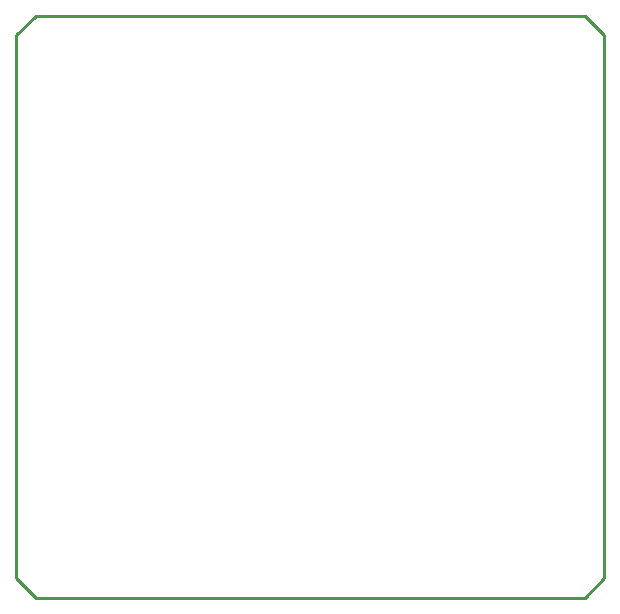
<source format=gko>
G04*
G04 #@! TF.GenerationSoftware,Altium Limited,Altium Designer,19.1.9 (167)*
G04*
G04 Layer_Color=16711935*
%FSLAX44Y44*%
%MOMM*%
G71*
G01*
G75*
%ADD10C,0.2540*%
D10*
X16510Y492760D02*
X481330D01*
X0Y476250D02*
X16510Y492760D01*
X481330D02*
X497840Y476250D01*
X497840Y16510D01*
X16510Y0D02*
X481330D01*
X497840Y16510D01*
X-0Y476250D02*
X0Y16510D01*
X16510Y0D01*
M02*

</source>
